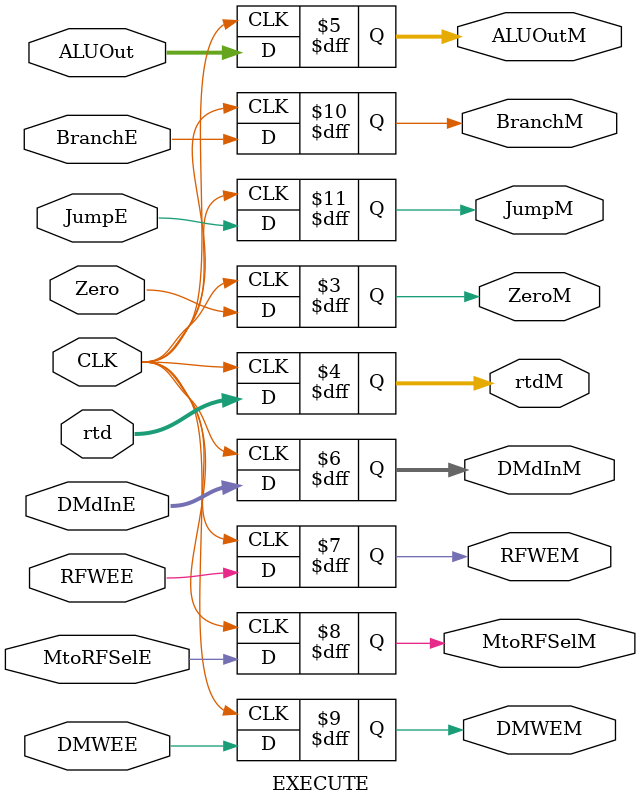
<source format=v>
`timescale 1ns / 1ps


module EXECUTE(
input CLK,Zero,
input [4 : 0] rtd,
input [31 : 0] ALUOut,
input [31 : 0] DMdInE,
//input [31 : 0] PCBranch,
input RFWEE,MtoRFSelE,DMWEE,BranchE,JumpE,

output reg ZeroM,
output reg [4 : 0] rtdM,
output reg [31 : 0] ALUOutM,
output reg [31 : 0] DMdInM,
//output reg [31 : 0] PCBranchM,
output reg RFWEM,MtoRFSelM,DMWEM,BranchM,JumpM
    );
    
    initial begin
        ZeroM <= 1'b0;
        rtdM <= 5'b0;
        ALUOutM <= 32'b0;
        DMdInM <= 32'b0;
        //PCBranchM <= 32'b0;
        
        //CONTROL UNIT MEM//
        RFWEM <= 1'b0;
        MtoRFSelM <= 1'b0;
        DMWEM <= 1'b0;
        BranchM <= 1'b0;
        JumpM <= 1'b0;
    
    end
    
    always @(posedge CLK) begin
        ZeroM <= Zero;
        rtdM <= rtd;
        ALUOutM <= ALUOut;
        DMdInM <= DMdInE;
        //PCBranchM <= PCBranch;
        
        //CONTROL UNIT MEM//
        RFWEM <= RFWEE;
        MtoRFSelM <= MtoRFSelE;
        DMWEM <= DMWEE;
        BranchM <= BranchE;
        JumpM <= JumpE;
    
    end
    
    
endmodule

</source>
